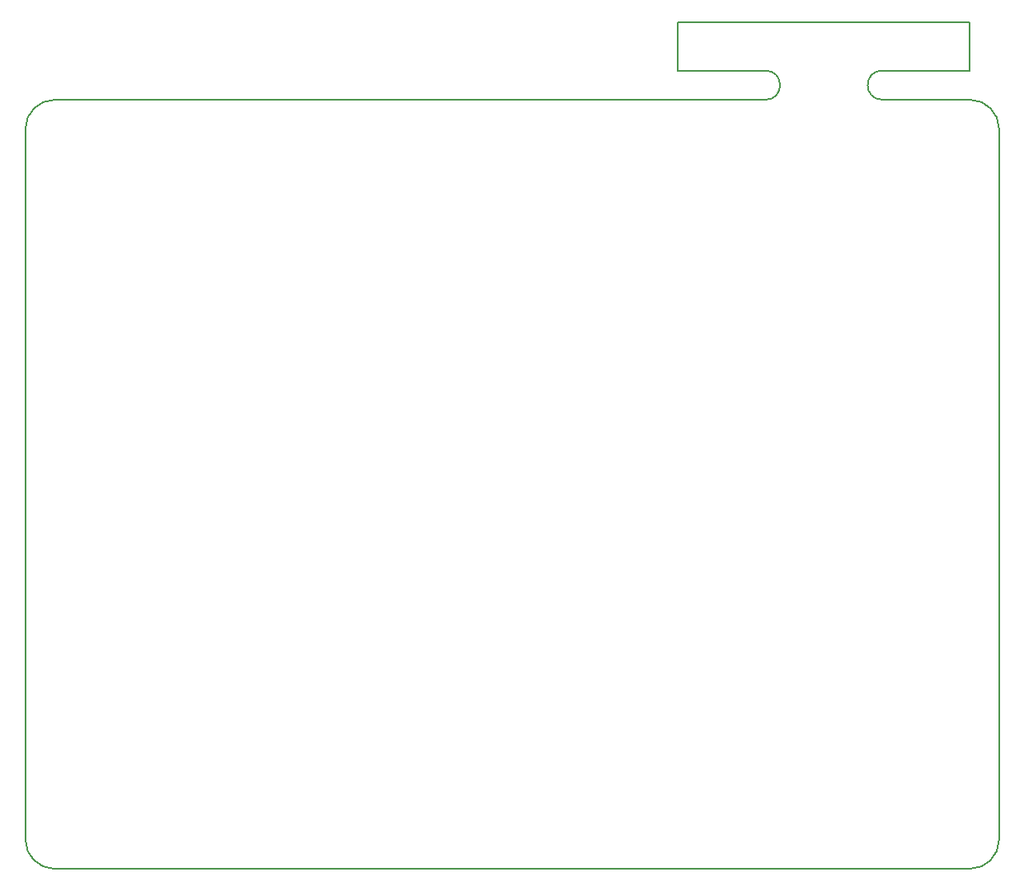
<source format=gbr>
G04 #@! TF.GenerationSoftware,KiCad,Pcbnew,(5.1.0)-1*
G04 #@! TF.CreationDate,2019-05-12T18:19:35+08:00*
G04 #@! TF.ProjectId,16 ch isolation input,31362063-6820-4697-936f-6c6174696f6e,1.01*
G04 #@! TF.SameCoordinates,Original*
G04 #@! TF.FileFunction,Profile,NP*
%FSLAX46Y46*%
G04 Gerber Fmt 4.6, Leading zero omitted, Abs format (unit mm)*
G04 Created by KiCad (PCBNEW (5.1.0)-1) date 2019-05-12 18:19:35*
%MOMM*%
%LPD*%
G04 APERTURE LIST*
%ADD10C,0.200000*%
G04 APERTURE END LIST*
D10*
X136251000Y-107702000D02*
G75*
G02X133251000Y-110702000I-3000000J0D01*
G01*
X133251000Y-31702000D02*
G75*
G02X136251000Y-34702000I0J-3000000D01*
G01*
X133251000Y-28702000D02*
X133251000Y-23702000D01*
X103251000Y-28702000D02*
X112251000Y-28702000D01*
X112251000Y-28702000D02*
G75*
G02X112251000Y-31702000I0J-1500000D01*
G01*
X124251000Y-31702000D02*
G75*
G02X124251000Y-28702000I0J1500000D01*
G01*
X39251000Y-110702000D02*
G75*
G02X36251000Y-107702000I0J3000000D01*
G01*
X36251000Y-34702000D02*
G75*
G02X39251000Y-31702000I3000000J0D01*
G01*
X124251000Y-31702000D02*
X133251000Y-31702000D01*
X136251000Y-107702000D02*
X136251000Y-34702000D01*
X112251000Y-31702000D02*
X39251000Y-31702000D01*
X124251000Y-28702000D02*
X133251000Y-28702000D01*
X133251000Y-23702000D02*
X103251000Y-23702000D01*
X39251000Y-110702000D02*
X133251000Y-110702000D01*
X36251000Y-34702000D02*
X36251000Y-107702000D01*
X103251000Y-28702000D02*
X103251000Y-23702000D01*
M02*

</source>
